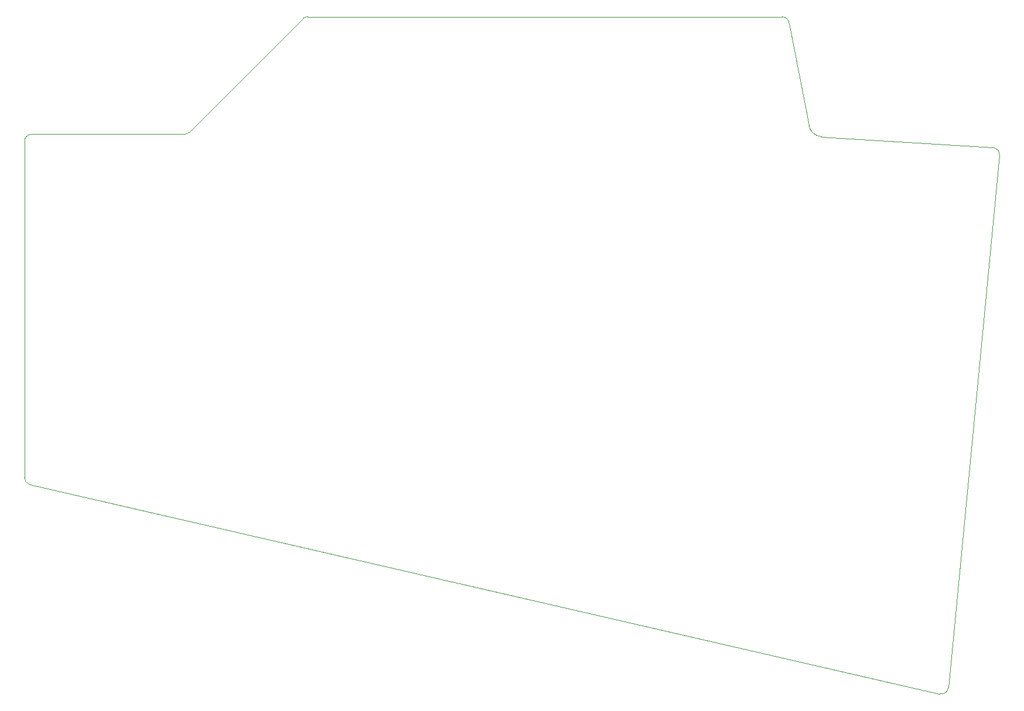
<source format=gbr>
%TF.GenerationSoftware,KiCad,Pcbnew,9.0.6-1.fc43*%
%TF.CreationDate,2026-01-15T13:21:33-05:00*%
%TF.ProjectId,Left,4c656674-2e6b-4696-9361-645f70636258,rev?*%
%TF.SameCoordinates,Original*%
%TF.FileFunction,Profile,NP*%
%FSLAX46Y46*%
G04 Gerber Fmt 4.6, Leading zero omitted, Abs format (unit mm)*
G04 Created by KiCad (PCBNEW 9.0.6-1.fc43) date 2026-01-15 13:21:33*
%MOMM*%
%LPD*%
G01*
G04 APERTURE LIST*
%TA.AperFunction,Profile*%
%ADD10C,0.050000*%
%TD*%
G04 APERTURE END LIST*
D10*
X146767348Y-117683562D02*
G75*
G02*
X145999998Y-116711002I232652J972562D01*
G01*
X186914214Y-50000000D02*
X255500000Y-50000000D01*
X255500000Y-50000000D02*
G75*
G02*
X256500000Y-51000000I0J-1000000D01*
G01*
X146767348Y-117683562D02*
X278271280Y-147971037D01*
X147000000Y-67000000D02*
X169085786Y-67000000D01*
X286901175Y-70027782D02*
X279491129Y-147092261D01*
X285969582Y-68934109D02*
G75*
G02*
X286901222Y-70027787I-63682J-997891D01*
G01*
X146000000Y-68000000D02*
G75*
G02*
X147000000Y-67000000I1000000J0D01*
G01*
X261191812Y-67349663D02*
X285969582Y-68934109D01*
X279491129Y-147092261D02*
G75*
G02*
X278271272Y-147971071I-995329J95561D01*
G01*
X169792893Y-66707107D02*
X186207107Y-50292893D01*
X261191812Y-67349663D02*
G75*
G02*
X259355986Y-65734321I127488J1995763D01*
G01*
X186207107Y-50292893D02*
G75*
G02*
X186914214Y-50000039I707093J-707207D01*
G01*
X256500000Y-51000000D02*
X259355988Y-65734321D01*
X169792893Y-66707107D02*
G75*
G02*
X169085786Y-66999990I-707093J707107D01*
G01*
X146000000Y-116711002D02*
X146000000Y-68000000D01*
M02*

</source>
